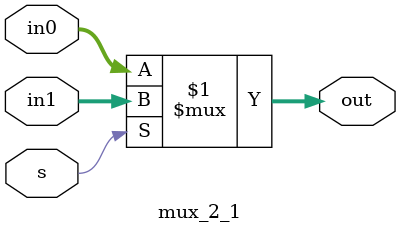
<source format=v>
module mux_2_1 #(
    parameter WIDTH = 32
) (
    input [WIDTH - 1 : 0]in0 , in1,
    input s,
    output[WIDTH -1 : 0] out
);
    assign out = (s)?in1:in0;
endmodule
</source>
